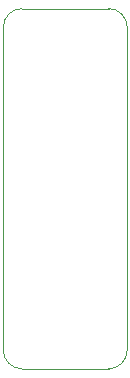
<source format=gko>
G04*
G04 #@! TF.GenerationSoftware,Altium Limited,CircuitStudio,1.5.2 (30)*
G04*
G04 Layer_Color=16720538*
%FSLAX24Y24*%
%MOIN*%
G70*
G01*
G75*
%ADD81C,0.0010*%
D81*
X502175Y364308D02*
G03*
X501550Y363683I0J-625D01*
G01*
X505059Y352300D02*
G03*
X505684Y352925I0J625D01*
G01*
Y363683D02*
G03*
X505059Y364308I-625J0D01*
G01*
X501550Y352925D02*
G03*
X502175Y352300I625J0D01*
G01*
X501550Y352925D02*
Y363683D01*
X502175Y364308D02*
X505059D01*
X502175Y352300D02*
X505059D01*
X505684Y352925D02*
Y363683D01*
M02*

</source>
